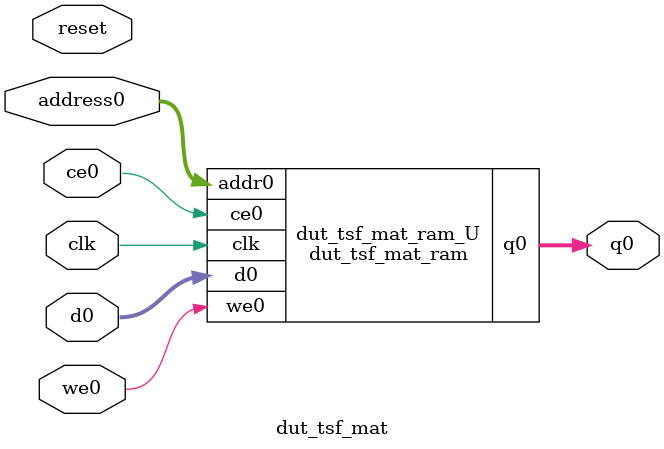
<source format=v>

`timescale 1 ns / 1 ps
module dut_tsf_mat_ram (addr0, ce0, d0, we0, q0,  clk);

parameter DWIDTH = 32;
parameter AWIDTH = 14;
parameter MEM_SIZE = 15680;

input[AWIDTH-1:0] addr0;
input ce0;
input[DWIDTH-1:0] d0;
input we0;
output reg[DWIDTH-1:0] q0;
input clk;

(* ram_style = "block" *)reg [DWIDTH-1:0] ram[MEM_SIZE-1:0];




always @(posedge clk)  
begin 
    if (ce0) 
    begin
        if (we0) 
        begin 
            ram[addr0] <= d0; 
            q0 <= d0;
        end 
        else 
            q0 <= ram[addr0];
    end
end


endmodule


`timescale 1 ns / 1 ps
module dut_tsf_mat(
    reset,
    clk,
    address0,
    ce0,
    we0,
    d0,
    q0);

parameter DataWidth = 32'd32;
parameter AddressRange = 32'd15680;
parameter AddressWidth = 32'd14;
input reset;
input clk;
input[AddressWidth - 1:0] address0;
input ce0;
input we0;
input[DataWidth - 1:0] d0;
output[DataWidth - 1:0] q0;



dut_tsf_mat_ram dut_tsf_mat_ram_U(
    .clk( clk ),
    .addr0( address0 ),
    .ce0( ce0 ),
    .d0( d0 ),
    .we0( we0 ),
    .q0( q0 ));

endmodule


</source>
